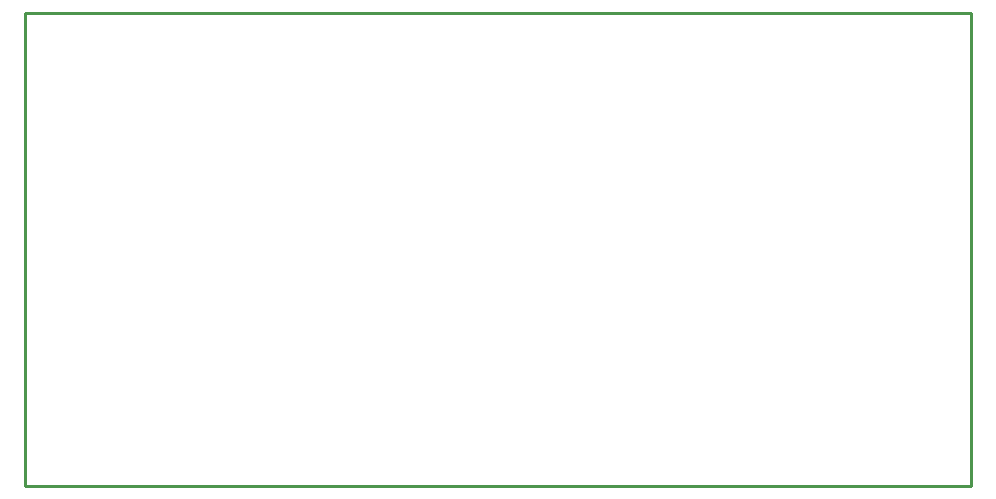
<source format=gbr>
%TF.GenerationSoftware,Altium Limited,Altium Designer,23.3.1 (30)*%
G04 Layer_Color=16711935*
%FSLAX45Y45*%
%MOMM*%
%TF.SameCoordinates,5C971558-4B59-40B4-890D-9BFF8048EDD7*%
%TF.FilePolarity,Positive*%
%TF.FileFunction,Other,Mechanical_1*%
%TF.Part,Single*%
G01*
G75*
%TA.AperFunction,NonConductor*%
%ADD11C,0.25400*%
D11*
X7071138Y5350000D02*
X11640000D01*
X7071137Y9348860D02*
X7071138Y5350000D01*
X7070000D02*
X15078812D01*
Y9348860D01*
X7071137D02*
X15078812D01*
%TF.MD5,074bb3853142d770150d162f22219529*%
M02*

</source>
